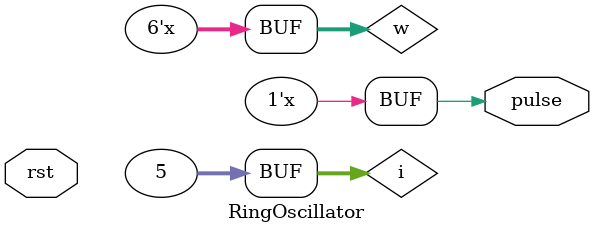
<source format=v>

`timescale 1ps/1ps

module RingOscillator#(parameter InverterCount = 5, parameter InverterDelay = 20)(input rst, output reg pulse);

    reg [InverterCount:0]w;
    integer i;
    always @(pulse) begin
        for (i = 0; i < InverterCount; i = i + 1) begin
            #(InverterDelay) w[i+1] = ~w[i];
        end
        w[0] = w[InverterCount];
    end

    always @(posedge rst)begin
        w[0] = 1'b0;
        w[InverterCount] = 1'b0;
    end

    always @(w[0]) begin
        pulse = w[0];
    end
    
endmodule
</source>
